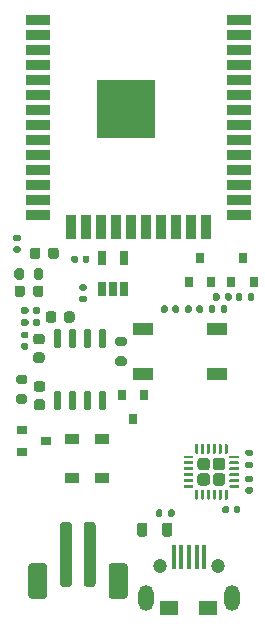
<source format=gbr>
%TF.GenerationSoftware,KiCad,Pcbnew,(5.1.8-0-10_14)*%
%TF.CreationDate,2020-12-13T22:38:35+09:00*%
%TF.ProjectId,mini-esp32,6d696e69-2d65-4737-9033-322e6b696361,rev?*%
%TF.SameCoordinates,Original*%
%TF.FileFunction,Paste,Top*%
%TF.FilePolarity,Positive*%
%FSLAX46Y46*%
G04 Gerber Fmt 4.6, Leading zero omitted, Abs format (unit mm)*
G04 Created by KiCad (PCBNEW (5.1.8-0-10_14)) date 2020-12-13 22:38:35*
%MOMM*%
%LPD*%
G01*
G04 APERTURE LIST*
%ADD10R,0.900000X0.800000*%
%ADD11R,5.000000X5.000000*%
%ADD12R,2.000000X0.900000*%
%ADD13R,0.900000X2.000000*%
%ADD14R,0.400000X2.000000*%
%ADD15R,1.600000X1.200000*%
%ADD16O,1.300000X2.200000*%
%ADD17C,1.200000*%
%ADD18R,1.200000X0.900000*%
%ADD19R,0.800000X0.900000*%
%ADD20R,1.700000X1.000000*%
%ADD21R,0.650000X1.220000*%
G04 APERTURE END LIST*
%TO.C,U4*%
G36*
G01*
X140825001Y-107375000D02*
X140274999Y-107375000D01*
G75*
G02*
X140025000Y-107125001I0J249999D01*
G01*
X140025000Y-106574999D01*
G75*
G02*
X140274999Y-106325000I249999J0D01*
G01*
X140825001Y-106325000D01*
G75*
G02*
X141075000Y-106574999I0J-249999D01*
G01*
X141075000Y-107125001D01*
G75*
G02*
X140825001Y-107375000I-249999J0D01*
G01*
G37*
G36*
G01*
X139525001Y-107375000D02*
X138974999Y-107375000D01*
G75*
G02*
X138725000Y-107125001I0J249999D01*
G01*
X138725000Y-106574999D01*
G75*
G02*
X138974999Y-106325000I249999J0D01*
G01*
X139525001Y-106325000D01*
G75*
G02*
X139775000Y-106574999I0J-249999D01*
G01*
X139775000Y-107125001D01*
G75*
G02*
X139525001Y-107375000I-249999J0D01*
G01*
G37*
G36*
G01*
X140825001Y-108675000D02*
X140274999Y-108675000D01*
G75*
G02*
X140025000Y-108425001I0J249999D01*
G01*
X140025000Y-107874999D01*
G75*
G02*
X140274999Y-107625000I249999J0D01*
G01*
X140825001Y-107625000D01*
G75*
G02*
X141075000Y-107874999I0J-249999D01*
G01*
X141075000Y-108425001D01*
G75*
G02*
X140825001Y-108675000I-249999J0D01*
G01*
G37*
G36*
G01*
X139525001Y-108675000D02*
X138974999Y-108675000D01*
G75*
G02*
X138725000Y-108425001I0J249999D01*
G01*
X138725000Y-107874999D01*
G75*
G02*
X138974999Y-107625000I249999J0D01*
G01*
X139525001Y-107625000D01*
G75*
G02*
X139775000Y-107874999I0J-249999D01*
G01*
X139775000Y-108425001D01*
G75*
G02*
X139525001Y-108675000I-249999J0D01*
G01*
G37*
G36*
G01*
X138312500Y-108875000D02*
X137612500Y-108875000D01*
G75*
G02*
X137550000Y-108812500I0J62500D01*
G01*
X137550000Y-108687500D01*
G75*
G02*
X137612500Y-108625000I62500J0D01*
G01*
X138312500Y-108625000D01*
G75*
G02*
X138375000Y-108687500I0J-62500D01*
G01*
X138375000Y-108812500D01*
G75*
G02*
X138312500Y-108875000I-62500J0D01*
G01*
G37*
G36*
G01*
X138312500Y-108375000D02*
X137612500Y-108375000D01*
G75*
G02*
X137550000Y-108312500I0J62500D01*
G01*
X137550000Y-108187500D01*
G75*
G02*
X137612500Y-108125000I62500J0D01*
G01*
X138312500Y-108125000D01*
G75*
G02*
X138375000Y-108187500I0J-62500D01*
G01*
X138375000Y-108312500D01*
G75*
G02*
X138312500Y-108375000I-62500J0D01*
G01*
G37*
G36*
G01*
X138312500Y-107875000D02*
X137612500Y-107875000D01*
G75*
G02*
X137550000Y-107812500I0J62500D01*
G01*
X137550000Y-107687500D01*
G75*
G02*
X137612500Y-107625000I62500J0D01*
G01*
X138312500Y-107625000D01*
G75*
G02*
X138375000Y-107687500I0J-62500D01*
G01*
X138375000Y-107812500D01*
G75*
G02*
X138312500Y-107875000I-62500J0D01*
G01*
G37*
G36*
G01*
X138312500Y-107375000D02*
X137612500Y-107375000D01*
G75*
G02*
X137550000Y-107312500I0J62500D01*
G01*
X137550000Y-107187500D01*
G75*
G02*
X137612500Y-107125000I62500J0D01*
G01*
X138312500Y-107125000D01*
G75*
G02*
X138375000Y-107187500I0J-62500D01*
G01*
X138375000Y-107312500D01*
G75*
G02*
X138312500Y-107375000I-62500J0D01*
G01*
G37*
G36*
G01*
X138312500Y-106875000D02*
X137612500Y-106875000D01*
G75*
G02*
X137550000Y-106812500I0J62500D01*
G01*
X137550000Y-106687500D01*
G75*
G02*
X137612500Y-106625000I62500J0D01*
G01*
X138312500Y-106625000D01*
G75*
G02*
X138375000Y-106687500I0J-62500D01*
G01*
X138375000Y-106812500D01*
G75*
G02*
X138312500Y-106875000I-62500J0D01*
G01*
G37*
G36*
G01*
X138312500Y-106375000D02*
X137612500Y-106375000D01*
G75*
G02*
X137550000Y-106312500I0J62500D01*
G01*
X137550000Y-106187500D01*
G75*
G02*
X137612500Y-106125000I62500J0D01*
G01*
X138312500Y-106125000D01*
G75*
G02*
X138375000Y-106187500I0J-62500D01*
G01*
X138375000Y-106312500D01*
G75*
G02*
X138312500Y-106375000I-62500J0D01*
G01*
G37*
G36*
G01*
X138712500Y-105975000D02*
X138587500Y-105975000D01*
G75*
G02*
X138525000Y-105912500I0J62500D01*
G01*
X138525000Y-105212500D01*
G75*
G02*
X138587500Y-105150000I62500J0D01*
G01*
X138712500Y-105150000D01*
G75*
G02*
X138775000Y-105212500I0J-62500D01*
G01*
X138775000Y-105912500D01*
G75*
G02*
X138712500Y-105975000I-62500J0D01*
G01*
G37*
G36*
G01*
X139212500Y-105975000D02*
X139087500Y-105975000D01*
G75*
G02*
X139025000Y-105912500I0J62500D01*
G01*
X139025000Y-105212500D01*
G75*
G02*
X139087500Y-105150000I62500J0D01*
G01*
X139212500Y-105150000D01*
G75*
G02*
X139275000Y-105212500I0J-62500D01*
G01*
X139275000Y-105912500D01*
G75*
G02*
X139212500Y-105975000I-62500J0D01*
G01*
G37*
G36*
G01*
X139712500Y-105975000D02*
X139587500Y-105975000D01*
G75*
G02*
X139525000Y-105912500I0J62500D01*
G01*
X139525000Y-105212500D01*
G75*
G02*
X139587500Y-105150000I62500J0D01*
G01*
X139712500Y-105150000D01*
G75*
G02*
X139775000Y-105212500I0J-62500D01*
G01*
X139775000Y-105912500D01*
G75*
G02*
X139712500Y-105975000I-62500J0D01*
G01*
G37*
G36*
G01*
X140212500Y-105975000D02*
X140087500Y-105975000D01*
G75*
G02*
X140025000Y-105912500I0J62500D01*
G01*
X140025000Y-105212500D01*
G75*
G02*
X140087500Y-105150000I62500J0D01*
G01*
X140212500Y-105150000D01*
G75*
G02*
X140275000Y-105212500I0J-62500D01*
G01*
X140275000Y-105912500D01*
G75*
G02*
X140212500Y-105975000I-62500J0D01*
G01*
G37*
G36*
G01*
X140712500Y-105975000D02*
X140587500Y-105975000D01*
G75*
G02*
X140525000Y-105912500I0J62500D01*
G01*
X140525000Y-105212500D01*
G75*
G02*
X140587500Y-105150000I62500J0D01*
G01*
X140712500Y-105150000D01*
G75*
G02*
X140775000Y-105212500I0J-62500D01*
G01*
X140775000Y-105912500D01*
G75*
G02*
X140712500Y-105975000I-62500J0D01*
G01*
G37*
G36*
G01*
X141212500Y-105975000D02*
X141087500Y-105975000D01*
G75*
G02*
X141025000Y-105912500I0J62500D01*
G01*
X141025000Y-105212500D01*
G75*
G02*
X141087500Y-105150000I62500J0D01*
G01*
X141212500Y-105150000D01*
G75*
G02*
X141275000Y-105212500I0J-62500D01*
G01*
X141275000Y-105912500D01*
G75*
G02*
X141212500Y-105975000I-62500J0D01*
G01*
G37*
G36*
G01*
X142187500Y-106375000D02*
X141487500Y-106375000D01*
G75*
G02*
X141425000Y-106312500I0J62500D01*
G01*
X141425000Y-106187500D01*
G75*
G02*
X141487500Y-106125000I62500J0D01*
G01*
X142187500Y-106125000D01*
G75*
G02*
X142250000Y-106187500I0J-62500D01*
G01*
X142250000Y-106312500D01*
G75*
G02*
X142187500Y-106375000I-62500J0D01*
G01*
G37*
G36*
G01*
X142187500Y-106875000D02*
X141487500Y-106875000D01*
G75*
G02*
X141425000Y-106812500I0J62500D01*
G01*
X141425000Y-106687500D01*
G75*
G02*
X141487500Y-106625000I62500J0D01*
G01*
X142187500Y-106625000D01*
G75*
G02*
X142250000Y-106687500I0J-62500D01*
G01*
X142250000Y-106812500D01*
G75*
G02*
X142187500Y-106875000I-62500J0D01*
G01*
G37*
G36*
G01*
X142187500Y-107375000D02*
X141487500Y-107375000D01*
G75*
G02*
X141425000Y-107312500I0J62500D01*
G01*
X141425000Y-107187500D01*
G75*
G02*
X141487500Y-107125000I62500J0D01*
G01*
X142187500Y-107125000D01*
G75*
G02*
X142250000Y-107187500I0J-62500D01*
G01*
X142250000Y-107312500D01*
G75*
G02*
X142187500Y-107375000I-62500J0D01*
G01*
G37*
G36*
G01*
X142187500Y-107875000D02*
X141487500Y-107875000D01*
G75*
G02*
X141425000Y-107812500I0J62500D01*
G01*
X141425000Y-107687500D01*
G75*
G02*
X141487500Y-107625000I62500J0D01*
G01*
X142187500Y-107625000D01*
G75*
G02*
X142250000Y-107687500I0J-62500D01*
G01*
X142250000Y-107812500D01*
G75*
G02*
X142187500Y-107875000I-62500J0D01*
G01*
G37*
G36*
G01*
X142187500Y-108375000D02*
X141487500Y-108375000D01*
G75*
G02*
X141425000Y-108312500I0J62500D01*
G01*
X141425000Y-108187500D01*
G75*
G02*
X141487500Y-108125000I62500J0D01*
G01*
X142187500Y-108125000D01*
G75*
G02*
X142250000Y-108187500I0J-62500D01*
G01*
X142250000Y-108312500D01*
G75*
G02*
X142187500Y-108375000I-62500J0D01*
G01*
G37*
G36*
G01*
X142187500Y-108875000D02*
X141487500Y-108875000D01*
G75*
G02*
X141425000Y-108812500I0J62500D01*
G01*
X141425000Y-108687500D01*
G75*
G02*
X141487500Y-108625000I62500J0D01*
G01*
X142187500Y-108625000D01*
G75*
G02*
X142250000Y-108687500I0J-62500D01*
G01*
X142250000Y-108812500D01*
G75*
G02*
X142187500Y-108875000I-62500J0D01*
G01*
G37*
G36*
G01*
X141212500Y-109850000D02*
X141087500Y-109850000D01*
G75*
G02*
X141025000Y-109787500I0J62500D01*
G01*
X141025000Y-109087500D01*
G75*
G02*
X141087500Y-109025000I62500J0D01*
G01*
X141212500Y-109025000D01*
G75*
G02*
X141275000Y-109087500I0J-62500D01*
G01*
X141275000Y-109787500D01*
G75*
G02*
X141212500Y-109850000I-62500J0D01*
G01*
G37*
G36*
G01*
X140712500Y-109850000D02*
X140587500Y-109850000D01*
G75*
G02*
X140525000Y-109787500I0J62500D01*
G01*
X140525000Y-109087500D01*
G75*
G02*
X140587500Y-109025000I62500J0D01*
G01*
X140712500Y-109025000D01*
G75*
G02*
X140775000Y-109087500I0J-62500D01*
G01*
X140775000Y-109787500D01*
G75*
G02*
X140712500Y-109850000I-62500J0D01*
G01*
G37*
G36*
G01*
X140212500Y-109850000D02*
X140087500Y-109850000D01*
G75*
G02*
X140025000Y-109787500I0J62500D01*
G01*
X140025000Y-109087500D01*
G75*
G02*
X140087500Y-109025000I62500J0D01*
G01*
X140212500Y-109025000D01*
G75*
G02*
X140275000Y-109087500I0J-62500D01*
G01*
X140275000Y-109787500D01*
G75*
G02*
X140212500Y-109850000I-62500J0D01*
G01*
G37*
G36*
G01*
X139712500Y-109850000D02*
X139587500Y-109850000D01*
G75*
G02*
X139525000Y-109787500I0J62500D01*
G01*
X139525000Y-109087500D01*
G75*
G02*
X139587500Y-109025000I62500J0D01*
G01*
X139712500Y-109025000D01*
G75*
G02*
X139775000Y-109087500I0J-62500D01*
G01*
X139775000Y-109787500D01*
G75*
G02*
X139712500Y-109850000I-62500J0D01*
G01*
G37*
G36*
G01*
X139212500Y-109850000D02*
X139087500Y-109850000D01*
G75*
G02*
X139025000Y-109787500I0J62500D01*
G01*
X139025000Y-109087500D01*
G75*
G02*
X139087500Y-109025000I62500J0D01*
G01*
X139212500Y-109025000D01*
G75*
G02*
X139275000Y-109087500I0J-62500D01*
G01*
X139275000Y-109787500D01*
G75*
G02*
X139212500Y-109850000I-62500J0D01*
G01*
G37*
G36*
G01*
X138712500Y-109850000D02*
X138587500Y-109850000D01*
G75*
G02*
X138525000Y-109787500I0J62500D01*
G01*
X138525000Y-109087500D01*
G75*
G02*
X138587500Y-109025000I62500J0D01*
G01*
X138712500Y-109025000D01*
G75*
G02*
X138775000Y-109087500I0J-62500D01*
G01*
X138775000Y-109787500D01*
G75*
G02*
X138712500Y-109850000I-62500J0D01*
G01*
G37*
%TD*%
%TO.C,R2*%
G36*
G01*
X142915000Y-106640000D02*
X143285000Y-106640000D01*
G75*
G02*
X143420000Y-106775000I0J-135000D01*
G01*
X143420000Y-107045000D01*
G75*
G02*
X143285000Y-107180000I-135000J0D01*
G01*
X142915000Y-107180000D01*
G75*
G02*
X142780000Y-107045000I0J135000D01*
G01*
X142780000Y-106775000D01*
G75*
G02*
X142915000Y-106640000I135000J0D01*
G01*
G37*
G36*
G01*
X142915000Y-105620000D02*
X143285000Y-105620000D01*
G75*
G02*
X143420000Y-105755000I0J-135000D01*
G01*
X143420000Y-106025000D01*
G75*
G02*
X143285000Y-106160000I-135000J0D01*
G01*
X142915000Y-106160000D01*
G75*
G02*
X142780000Y-106025000I0J135000D01*
G01*
X142780000Y-105755000D01*
G75*
G02*
X142915000Y-105620000I135000J0D01*
G01*
G37*
%TD*%
%TO.C,C10*%
G36*
G01*
X141800000Y-110870000D02*
X141800000Y-110530000D01*
G75*
G02*
X141940000Y-110390000I140000J0D01*
G01*
X142220000Y-110390000D01*
G75*
G02*
X142360000Y-110530000I0J-140000D01*
G01*
X142360000Y-110870000D01*
G75*
G02*
X142220000Y-111010000I-140000J0D01*
G01*
X141940000Y-111010000D01*
G75*
G02*
X141800000Y-110870000I0J140000D01*
G01*
G37*
G36*
G01*
X140840000Y-110870000D02*
X140840000Y-110530000D01*
G75*
G02*
X140980000Y-110390000I140000J0D01*
G01*
X141260000Y-110390000D01*
G75*
G02*
X141400000Y-110530000I0J-140000D01*
G01*
X141400000Y-110870000D01*
G75*
G02*
X141260000Y-111010000I-140000J0D01*
G01*
X140980000Y-111010000D01*
G75*
G02*
X140840000Y-110870000I0J140000D01*
G01*
G37*
%TD*%
%TO.C,C9*%
G36*
G01*
X143270000Y-108400000D02*
X142930000Y-108400000D01*
G75*
G02*
X142790000Y-108260000I0J140000D01*
G01*
X142790000Y-107980000D01*
G75*
G02*
X142930000Y-107840000I140000J0D01*
G01*
X143270000Y-107840000D01*
G75*
G02*
X143410000Y-107980000I0J-140000D01*
G01*
X143410000Y-108260000D01*
G75*
G02*
X143270000Y-108400000I-140000J0D01*
G01*
G37*
G36*
G01*
X143270000Y-109360000D02*
X142930000Y-109360000D01*
G75*
G02*
X142790000Y-109220000I0J140000D01*
G01*
X142790000Y-108940000D01*
G75*
G02*
X142930000Y-108800000I140000J0D01*
G01*
X143270000Y-108800000D01*
G75*
G02*
X143410000Y-108940000I0J-140000D01*
G01*
X143410000Y-109220000D01*
G75*
G02*
X143270000Y-109360000I-140000J0D01*
G01*
G37*
%TD*%
D10*
%TO.C,U5*%
X123900000Y-103950000D03*
X123900000Y-105850000D03*
X125900000Y-104900000D03*
%TD*%
%TO.C,C3*%
G36*
G01*
X128600000Y-89330000D02*
X128600000Y-89670000D01*
G75*
G02*
X128460000Y-89810000I-140000J0D01*
G01*
X128180000Y-89810000D01*
G75*
G02*
X128040000Y-89670000I0J140000D01*
G01*
X128040000Y-89330000D01*
G75*
G02*
X128180000Y-89190000I140000J0D01*
G01*
X128460000Y-89190000D01*
G75*
G02*
X128600000Y-89330000I0J-140000D01*
G01*
G37*
G36*
G01*
X129560000Y-89330000D02*
X129560000Y-89670000D01*
G75*
G02*
X129420000Y-89810000I-140000J0D01*
G01*
X129140000Y-89810000D01*
G75*
G02*
X129000000Y-89670000I0J140000D01*
G01*
X129000000Y-89330000D01*
G75*
G02*
X129140000Y-89190000I140000J0D01*
G01*
X129420000Y-89190000D01*
G75*
G02*
X129560000Y-89330000I0J-140000D01*
G01*
G37*
%TD*%
D11*
%TO.C,U1*%
X132700000Y-76745000D03*
D12*
X125200000Y-69245000D03*
X125200000Y-70515000D03*
X125200000Y-71785000D03*
X125200000Y-73055000D03*
X125200000Y-74325000D03*
X125200000Y-75595000D03*
X125200000Y-76865000D03*
X125200000Y-78135000D03*
X125200000Y-79405000D03*
X125200000Y-80675000D03*
X125200000Y-81945000D03*
X125200000Y-83215000D03*
X125200000Y-84485000D03*
X125200000Y-85755000D03*
D13*
X127985000Y-86755000D03*
X129255000Y-86755000D03*
X130525000Y-86755000D03*
X131795000Y-86755000D03*
X133065000Y-86755000D03*
X134335000Y-86755000D03*
X135605000Y-86755000D03*
X136875000Y-86755000D03*
X138145000Y-86755000D03*
X139415000Y-86755000D03*
D12*
X142200000Y-85755000D03*
X142200000Y-84485000D03*
X142200000Y-83215000D03*
X142200000Y-81945000D03*
X142200000Y-80675000D03*
X142200000Y-79405000D03*
X142200000Y-78135000D03*
X142200000Y-76865000D03*
X142200000Y-75595000D03*
X142200000Y-74325000D03*
X142200000Y-73055000D03*
X142200000Y-71785000D03*
X142200000Y-70515000D03*
X142200000Y-69245000D03*
%TD*%
D14*
%TO.C,J2*%
X139299000Y-114713000D03*
X138649000Y-114713000D03*
X137999000Y-114713000D03*
X137349000Y-114713000D03*
X136699000Y-114713000D03*
D15*
X139605000Y-119025000D03*
X136326000Y-119009000D03*
D16*
X141628000Y-118198000D03*
X134389000Y-118198000D03*
D17*
X135584000Y-115498000D03*
X140434000Y-115498000D03*
%TD*%
%TO.C,C1*%
G36*
G01*
X127425000Y-94650000D02*
X127425000Y-94150000D01*
G75*
G02*
X127650000Y-93925000I225000J0D01*
G01*
X128100000Y-93925000D01*
G75*
G02*
X128325000Y-94150000I0J-225000D01*
G01*
X128325000Y-94650000D01*
G75*
G02*
X128100000Y-94875000I-225000J0D01*
G01*
X127650000Y-94875000D01*
G75*
G02*
X127425000Y-94650000I0J225000D01*
G01*
G37*
G36*
G01*
X125875000Y-94650000D02*
X125875000Y-94150000D01*
G75*
G02*
X126100000Y-93925000I225000J0D01*
G01*
X126550000Y-93925000D01*
G75*
G02*
X126775000Y-94150000I0J-225000D01*
G01*
X126775000Y-94650000D01*
G75*
G02*
X126550000Y-94875000I-225000J0D01*
G01*
X126100000Y-94875000D01*
G75*
G02*
X125875000Y-94650000I0J225000D01*
G01*
G37*
%TD*%
%TO.C,C2*%
G36*
G01*
X128870000Y-91620000D02*
X129210000Y-91620000D01*
G75*
G02*
X129350000Y-91760000I0J-140000D01*
G01*
X129350000Y-92040000D01*
G75*
G02*
X129210000Y-92180000I-140000J0D01*
G01*
X128870000Y-92180000D01*
G75*
G02*
X128730000Y-92040000I0J140000D01*
G01*
X128730000Y-91760000D01*
G75*
G02*
X128870000Y-91620000I140000J0D01*
G01*
G37*
G36*
G01*
X128870000Y-92580000D02*
X129210000Y-92580000D01*
G75*
G02*
X129350000Y-92720000I0J-140000D01*
G01*
X129350000Y-93000000D01*
G75*
G02*
X129210000Y-93140000I-140000J0D01*
G01*
X128870000Y-93140000D01*
G75*
G02*
X128730000Y-93000000I0J140000D01*
G01*
X128730000Y-92720000D01*
G75*
G02*
X128870000Y-92580000I140000J0D01*
G01*
G37*
%TD*%
%TO.C,C5*%
G36*
G01*
X125600000Y-102275000D02*
X125100000Y-102275000D01*
G75*
G02*
X124875000Y-102050000I0J225000D01*
G01*
X124875000Y-101600000D01*
G75*
G02*
X125100000Y-101375000I225000J0D01*
G01*
X125600000Y-101375000D01*
G75*
G02*
X125825000Y-101600000I0J-225000D01*
G01*
X125825000Y-102050000D01*
G75*
G02*
X125600000Y-102275000I-225000J0D01*
G01*
G37*
G36*
G01*
X125600000Y-100725000D02*
X125100000Y-100725000D01*
G75*
G02*
X124875000Y-100500000I0J225000D01*
G01*
X124875000Y-100050000D01*
G75*
G02*
X125100000Y-99825000I225000J0D01*
G01*
X125600000Y-99825000D01*
G75*
G02*
X125825000Y-100050000I0J-225000D01*
G01*
X125825000Y-100500000D01*
G75*
G02*
X125600000Y-100725000I-225000J0D01*
G01*
G37*
%TD*%
%TO.C,C6*%
G36*
G01*
X123280000Y-87440000D02*
X123620000Y-87440000D01*
G75*
G02*
X123760000Y-87580000I0J-140000D01*
G01*
X123760000Y-87860000D01*
G75*
G02*
X123620000Y-88000000I-140000J0D01*
G01*
X123280000Y-88000000D01*
G75*
G02*
X123140000Y-87860000I0J140000D01*
G01*
X123140000Y-87580000D01*
G75*
G02*
X123280000Y-87440000I140000J0D01*
G01*
G37*
G36*
G01*
X123280000Y-88400000D02*
X123620000Y-88400000D01*
G75*
G02*
X123760000Y-88540000I0J-140000D01*
G01*
X123760000Y-88820000D01*
G75*
G02*
X123620000Y-88960000I-140000J0D01*
G01*
X123280000Y-88960000D01*
G75*
G02*
X123140000Y-88820000I0J140000D01*
G01*
X123140000Y-88540000D01*
G75*
G02*
X123280000Y-88400000I140000J0D01*
G01*
G37*
%TD*%
%TO.C,C7*%
G36*
G01*
X138230000Y-93556000D02*
X138230000Y-93896000D01*
G75*
G02*
X138090000Y-94036000I-140000J0D01*
G01*
X137810000Y-94036000D01*
G75*
G02*
X137670000Y-93896000I0J140000D01*
G01*
X137670000Y-93556000D01*
G75*
G02*
X137810000Y-93416000I140000J0D01*
G01*
X138090000Y-93416000D01*
G75*
G02*
X138230000Y-93556000I0J-140000D01*
G01*
G37*
G36*
G01*
X139190000Y-93556000D02*
X139190000Y-93896000D01*
G75*
G02*
X139050000Y-94036000I-140000J0D01*
G01*
X138770000Y-94036000D01*
G75*
G02*
X138630000Y-93896000I0J140000D01*
G01*
X138630000Y-93556000D01*
G75*
G02*
X138770000Y-93416000I140000J0D01*
G01*
X139050000Y-93416000D01*
G75*
G02*
X139190000Y-93556000I0J-140000D01*
G01*
G37*
%TD*%
%TO.C,C8*%
G36*
G01*
X137158000Y-93556000D02*
X137158000Y-93896000D01*
G75*
G02*
X137018000Y-94036000I-140000J0D01*
G01*
X136738000Y-94036000D01*
G75*
G02*
X136598000Y-93896000I0J140000D01*
G01*
X136598000Y-93556000D01*
G75*
G02*
X136738000Y-93416000I140000J0D01*
G01*
X137018000Y-93416000D01*
G75*
G02*
X137158000Y-93556000I0J-140000D01*
G01*
G37*
G36*
G01*
X136198000Y-93556000D02*
X136198000Y-93896000D01*
G75*
G02*
X136058000Y-94036000I-140000J0D01*
G01*
X135778000Y-94036000D01*
G75*
G02*
X135638000Y-93896000I0J140000D01*
G01*
X135638000Y-93556000D01*
G75*
G02*
X135778000Y-93416000I140000J0D01*
G01*
X136058000Y-93416000D01*
G75*
G02*
X136198000Y-93556000I0J-140000D01*
G01*
G37*
%TD*%
D18*
%TO.C,D1*%
X130600000Y-104750000D03*
X130600000Y-108050000D03*
%TD*%
%TO.C,D2*%
G36*
G01*
X125556250Y-96700000D02*
X125043750Y-96700000D01*
G75*
G02*
X124825000Y-96481250I0J218750D01*
G01*
X124825000Y-96043750D01*
G75*
G02*
X125043750Y-95825000I218750J0D01*
G01*
X125556250Y-95825000D01*
G75*
G02*
X125775000Y-96043750I0J-218750D01*
G01*
X125775000Y-96481250D01*
G75*
G02*
X125556250Y-96700000I-218750J0D01*
G01*
G37*
G36*
G01*
X125556250Y-98275000D02*
X125043750Y-98275000D01*
G75*
G02*
X124825000Y-98056250I0J218750D01*
G01*
X124825000Y-97618750D01*
G75*
G02*
X125043750Y-97400000I218750J0D01*
G01*
X125556250Y-97400000D01*
G75*
G02*
X125775000Y-97618750I0J-218750D01*
G01*
X125775000Y-98056250D01*
G75*
G02*
X125556250Y-98275000I-218750J0D01*
G01*
G37*
%TD*%
%TO.C,D3*%
G36*
G01*
X124810000Y-92481250D02*
X124810000Y-91968750D01*
G75*
G02*
X125028750Y-91750000I218750J0D01*
G01*
X125466250Y-91750000D01*
G75*
G02*
X125685000Y-91968750I0J-218750D01*
G01*
X125685000Y-92481250D01*
G75*
G02*
X125466250Y-92700000I-218750J0D01*
G01*
X125028750Y-92700000D01*
G75*
G02*
X124810000Y-92481250I0J218750D01*
G01*
G37*
G36*
G01*
X123235000Y-92481250D02*
X123235000Y-91968750D01*
G75*
G02*
X123453750Y-91750000I218750J0D01*
G01*
X123891250Y-91750000D01*
G75*
G02*
X124110000Y-91968750I0J-218750D01*
G01*
X124110000Y-92481250D01*
G75*
G02*
X123891250Y-92700000I-218750J0D01*
G01*
X123453750Y-92700000D01*
G75*
G02*
X123235000Y-92481250I0J218750D01*
G01*
G37*
%TD*%
%TO.C,FB1*%
G36*
G01*
X133600000Y-112781250D02*
X133600000Y-112018750D01*
G75*
G02*
X133818750Y-111800000I218750J0D01*
G01*
X134256250Y-111800000D01*
G75*
G02*
X134475000Y-112018750I0J-218750D01*
G01*
X134475000Y-112781250D01*
G75*
G02*
X134256250Y-113000000I-218750J0D01*
G01*
X133818750Y-113000000D01*
G75*
G02*
X133600000Y-112781250I0J218750D01*
G01*
G37*
G36*
G01*
X135725000Y-112781250D02*
X135725000Y-112018750D01*
G75*
G02*
X135943750Y-111800000I218750J0D01*
G01*
X136381250Y-111800000D01*
G75*
G02*
X136600000Y-112018750I0J-218750D01*
G01*
X136600000Y-112781250D01*
G75*
G02*
X136381250Y-113000000I-218750J0D01*
G01*
X135943750Y-113000000D01*
G75*
G02*
X135725000Y-112781250I0J218750D01*
G01*
G37*
%TD*%
%TO.C,J1*%
G36*
G01*
X126000000Y-115500000D02*
X126000000Y-118000000D01*
G75*
G02*
X125750000Y-118250000I-250000J0D01*
G01*
X124650000Y-118250000D01*
G75*
G02*
X124400000Y-118000000I0J250000D01*
G01*
X124400000Y-115500000D01*
G75*
G02*
X124650000Y-115250000I250000J0D01*
G01*
X125750000Y-115250000D01*
G75*
G02*
X126000000Y-115500000I0J-250000D01*
G01*
G37*
G36*
G01*
X132800000Y-115500000D02*
X132800000Y-118000000D01*
G75*
G02*
X132550000Y-118250000I-250000J0D01*
G01*
X131450000Y-118250000D01*
G75*
G02*
X131200000Y-118000000I0J250000D01*
G01*
X131200000Y-115500000D01*
G75*
G02*
X131450000Y-115250000I250000J0D01*
G01*
X132550000Y-115250000D01*
G75*
G02*
X132800000Y-115500000I0J-250000D01*
G01*
G37*
G36*
G01*
X128100000Y-112000000D02*
X128100000Y-117000000D01*
G75*
G02*
X127850000Y-117250000I-250000J0D01*
G01*
X127350000Y-117250000D01*
G75*
G02*
X127100000Y-117000000I0J250000D01*
G01*
X127100000Y-112000000D01*
G75*
G02*
X127350000Y-111750000I250000J0D01*
G01*
X127850000Y-111750000D01*
G75*
G02*
X128100000Y-112000000I0J-250000D01*
G01*
G37*
G36*
G01*
X130100000Y-112000000D02*
X130100000Y-117000000D01*
G75*
G02*
X129850000Y-117250000I-250000J0D01*
G01*
X129350000Y-117250000D01*
G75*
G02*
X129100000Y-117000000I0J250000D01*
G01*
X129100000Y-112000000D01*
G75*
G02*
X129350000Y-111750000I250000J0D01*
G01*
X129850000Y-111750000D01*
G75*
G02*
X130100000Y-112000000I0J-250000D01*
G01*
G37*
%TD*%
D19*
%TO.C,Q1*%
X134200000Y-101000000D03*
X132300000Y-101000000D03*
X133250000Y-103000000D03*
%TD*%
%TO.C,R1*%
G36*
G01*
X136240000Y-111185000D02*
X136240000Y-110815000D01*
G75*
G02*
X136375000Y-110680000I135000J0D01*
G01*
X136645000Y-110680000D01*
G75*
G02*
X136780000Y-110815000I0J-135000D01*
G01*
X136780000Y-111185000D01*
G75*
G02*
X136645000Y-111320000I-135000J0D01*
G01*
X136375000Y-111320000D01*
G75*
G02*
X136240000Y-111185000I0J135000D01*
G01*
G37*
G36*
G01*
X135220000Y-111185000D02*
X135220000Y-110815000D01*
G75*
G02*
X135355000Y-110680000I135000J0D01*
G01*
X135625000Y-110680000D01*
G75*
G02*
X135760000Y-110815000I0J-135000D01*
G01*
X135760000Y-111185000D01*
G75*
G02*
X135625000Y-111320000I-135000J0D01*
G01*
X135355000Y-111320000D01*
G75*
G02*
X135220000Y-111185000I0J135000D01*
G01*
G37*
%TD*%
%TO.C,R4*%
G36*
G01*
X124125000Y-101725000D02*
X123575000Y-101725000D01*
G75*
G02*
X123375000Y-101525000I0J200000D01*
G01*
X123375000Y-101125000D01*
G75*
G02*
X123575000Y-100925000I200000J0D01*
G01*
X124125000Y-100925000D01*
G75*
G02*
X124325000Y-101125000I0J-200000D01*
G01*
X124325000Y-101525000D01*
G75*
G02*
X124125000Y-101725000I-200000J0D01*
G01*
G37*
G36*
G01*
X124125000Y-100075000D02*
X123575000Y-100075000D01*
G75*
G02*
X123375000Y-99875000I0J200000D01*
G01*
X123375000Y-99475000D01*
G75*
G02*
X123575000Y-99275000I200000J0D01*
G01*
X124125000Y-99275000D01*
G75*
G02*
X124325000Y-99475000I0J-200000D01*
G01*
X124325000Y-99875000D01*
G75*
G02*
X124125000Y-100075000I-200000J0D01*
G01*
G37*
%TD*%
%TO.C,R5*%
G36*
G01*
X124285000Y-94110000D02*
X123915000Y-94110000D01*
G75*
G02*
X123780000Y-93975000I0J135000D01*
G01*
X123780000Y-93705000D01*
G75*
G02*
X123915000Y-93570000I135000J0D01*
G01*
X124285000Y-93570000D01*
G75*
G02*
X124420000Y-93705000I0J-135000D01*
G01*
X124420000Y-93975000D01*
G75*
G02*
X124285000Y-94110000I-135000J0D01*
G01*
G37*
G36*
G01*
X124285000Y-95130000D02*
X123915000Y-95130000D01*
G75*
G02*
X123780000Y-94995000I0J135000D01*
G01*
X123780000Y-94725000D01*
G75*
G02*
X123915000Y-94590000I135000J0D01*
G01*
X124285000Y-94590000D01*
G75*
G02*
X124420000Y-94725000I0J-135000D01*
G01*
X124420000Y-94995000D01*
G75*
G02*
X124285000Y-95130000I-135000J0D01*
G01*
G37*
%TD*%
%TO.C,R6*%
G36*
G01*
X124915000Y-94590000D02*
X125285000Y-94590000D01*
G75*
G02*
X125420000Y-94725000I0J-135000D01*
G01*
X125420000Y-94995000D01*
G75*
G02*
X125285000Y-95130000I-135000J0D01*
G01*
X124915000Y-95130000D01*
G75*
G02*
X124780000Y-94995000I0J135000D01*
G01*
X124780000Y-94725000D01*
G75*
G02*
X124915000Y-94590000I135000J0D01*
G01*
G37*
G36*
G01*
X124915000Y-93570000D02*
X125285000Y-93570000D01*
G75*
G02*
X125420000Y-93705000I0J-135000D01*
G01*
X125420000Y-93975000D01*
G75*
G02*
X125285000Y-94110000I-135000J0D01*
G01*
X124915000Y-94110000D01*
G75*
G02*
X124780000Y-93975000I0J135000D01*
G01*
X124780000Y-93705000D01*
G75*
G02*
X124915000Y-93570000I135000J0D01*
G01*
G37*
%TD*%
%TO.C,R7*%
G36*
G01*
X140050000Y-92885000D02*
X140050000Y-92515000D01*
G75*
G02*
X140185000Y-92380000I135000J0D01*
G01*
X140455000Y-92380000D01*
G75*
G02*
X140590000Y-92515000I0J-135000D01*
G01*
X140590000Y-92885000D01*
G75*
G02*
X140455000Y-93020000I-135000J0D01*
G01*
X140185000Y-93020000D01*
G75*
G02*
X140050000Y-92885000I0J135000D01*
G01*
G37*
G36*
G01*
X141070000Y-92885000D02*
X141070000Y-92515000D01*
G75*
G02*
X141205000Y-92380000I135000J0D01*
G01*
X141475000Y-92380000D01*
G75*
G02*
X141610000Y-92515000I0J-135000D01*
G01*
X141610000Y-92885000D01*
G75*
G02*
X141475000Y-93020000I-135000J0D01*
G01*
X141205000Y-93020000D01*
G75*
G02*
X141070000Y-92885000I0J135000D01*
G01*
G37*
%TD*%
%TO.C,R8*%
G36*
G01*
X143526000Y-92525000D02*
X143526000Y-92895000D01*
G75*
G02*
X143391000Y-93030000I-135000J0D01*
G01*
X143121000Y-93030000D01*
G75*
G02*
X142986000Y-92895000I0J135000D01*
G01*
X142986000Y-92525000D01*
G75*
G02*
X143121000Y-92390000I135000J0D01*
G01*
X143391000Y-92390000D01*
G75*
G02*
X143526000Y-92525000I0J-135000D01*
G01*
G37*
G36*
G01*
X142506000Y-92525000D02*
X142506000Y-92895000D01*
G75*
G02*
X142371000Y-93030000I-135000J0D01*
G01*
X142101000Y-93030000D01*
G75*
G02*
X141966000Y-92895000I0J135000D01*
G01*
X141966000Y-92525000D01*
G75*
G02*
X142101000Y-92390000I135000J0D01*
G01*
X142371000Y-92390000D01*
G75*
G02*
X142506000Y-92525000I0J-135000D01*
G01*
G37*
%TD*%
%TO.C,R10*%
G36*
G01*
X140222000Y-93541000D02*
X140222000Y-93911000D01*
G75*
G02*
X140087000Y-94046000I-135000J0D01*
G01*
X139817000Y-94046000D01*
G75*
G02*
X139682000Y-93911000I0J135000D01*
G01*
X139682000Y-93541000D01*
G75*
G02*
X139817000Y-93406000I135000J0D01*
G01*
X140087000Y-93406000D01*
G75*
G02*
X140222000Y-93541000I0J-135000D01*
G01*
G37*
G36*
G01*
X141242000Y-93541000D02*
X141242000Y-93911000D01*
G75*
G02*
X141107000Y-94046000I-135000J0D01*
G01*
X140837000Y-94046000D01*
G75*
G02*
X140702000Y-93911000I0J135000D01*
G01*
X140702000Y-93541000D01*
G75*
G02*
X140837000Y-93406000I135000J0D01*
G01*
X141107000Y-93406000D01*
G75*
G02*
X141242000Y-93541000I0J-135000D01*
G01*
G37*
%TD*%
%TO.C,R11*%
G36*
G01*
X123225000Y-91025000D02*
X123225000Y-90475000D01*
G75*
G02*
X123425000Y-90275000I200000J0D01*
G01*
X123825000Y-90275000D01*
G75*
G02*
X124025000Y-90475000I0J-200000D01*
G01*
X124025000Y-91025000D01*
G75*
G02*
X123825000Y-91225000I-200000J0D01*
G01*
X123425000Y-91225000D01*
G75*
G02*
X123225000Y-91025000I0J200000D01*
G01*
G37*
G36*
G01*
X124875000Y-91025000D02*
X124875000Y-90475000D01*
G75*
G02*
X125075000Y-90275000I200000J0D01*
G01*
X125475000Y-90275000D01*
G75*
G02*
X125675000Y-90475000I0J-200000D01*
G01*
X125675000Y-91025000D01*
G75*
G02*
X125475000Y-91225000I-200000J0D01*
G01*
X125075000Y-91225000D01*
G75*
G02*
X124875000Y-91025000I0J200000D01*
G01*
G37*
%TD*%
D20*
%TO.C,SW1*%
X140400000Y-99182000D03*
X134100000Y-99182000D03*
X140400000Y-95382000D03*
X134100000Y-95382000D03*
%TD*%
D21*
%TO.C,U2*%
X130600000Y-92060000D03*
X131550000Y-92060000D03*
X132500000Y-92060000D03*
X132500000Y-89440000D03*
X130600000Y-89440000D03*
%TD*%
%TO.C,U3*%
G36*
G01*
X130555000Y-100650000D02*
X130855000Y-100650000D01*
G75*
G02*
X131005000Y-100800000I0J-150000D01*
G01*
X131005000Y-102150000D01*
G75*
G02*
X130855000Y-102300000I-150000J0D01*
G01*
X130555000Y-102300000D01*
G75*
G02*
X130405000Y-102150000I0J150000D01*
G01*
X130405000Y-100800000D01*
G75*
G02*
X130555000Y-100650000I150000J0D01*
G01*
G37*
G36*
G01*
X129285000Y-100650000D02*
X129585000Y-100650000D01*
G75*
G02*
X129735000Y-100800000I0J-150000D01*
G01*
X129735000Y-102150000D01*
G75*
G02*
X129585000Y-102300000I-150000J0D01*
G01*
X129285000Y-102300000D01*
G75*
G02*
X129135000Y-102150000I0J150000D01*
G01*
X129135000Y-100800000D01*
G75*
G02*
X129285000Y-100650000I150000J0D01*
G01*
G37*
G36*
G01*
X128015000Y-100650000D02*
X128315000Y-100650000D01*
G75*
G02*
X128465000Y-100800000I0J-150000D01*
G01*
X128465000Y-102150000D01*
G75*
G02*
X128315000Y-102300000I-150000J0D01*
G01*
X128015000Y-102300000D01*
G75*
G02*
X127865000Y-102150000I0J150000D01*
G01*
X127865000Y-100800000D01*
G75*
G02*
X128015000Y-100650000I150000J0D01*
G01*
G37*
G36*
G01*
X126745000Y-100650000D02*
X127045000Y-100650000D01*
G75*
G02*
X127195000Y-100800000I0J-150000D01*
G01*
X127195000Y-102150000D01*
G75*
G02*
X127045000Y-102300000I-150000J0D01*
G01*
X126745000Y-102300000D01*
G75*
G02*
X126595000Y-102150000I0J150000D01*
G01*
X126595000Y-100800000D01*
G75*
G02*
X126745000Y-100650000I150000J0D01*
G01*
G37*
G36*
G01*
X126745000Y-95400000D02*
X127045000Y-95400000D01*
G75*
G02*
X127195000Y-95550000I0J-150000D01*
G01*
X127195000Y-96900000D01*
G75*
G02*
X127045000Y-97050000I-150000J0D01*
G01*
X126745000Y-97050000D01*
G75*
G02*
X126595000Y-96900000I0J150000D01*
G01*
X126595000Y-95550000D01*
G75*
G02*
X126745000Y-95400000I150000J0D01*
G01*
G37*
G36*
G01*
X128015000Y-95400000D02*
X128315000Y-95400000D01*
G75*
G02*
X128465000Y-95550000I0J-150000D01*
G01*
X128465000Y-96900000D01*
G75*
G02*
X128315000Y-97050000I-150000J0D01*
G01*
X128015000Y-97050000D01*
G75*
G02*
X127865000Y-96900000I0J150000D01*
G01*
X127865000Y-95550000D01*
G75*
G02*
X128015000Y-95400000I150000J0D01*
G01*
G37*
G36*
G01*
X129285000Y-95400000D02*
X129585000Y-95400000D01*
G75*
G02*
X129735000Y-95550000I0J-150000D01*
G01*
X129735000Y-96900000D01*
G75*
G02*
X129585000Y-97050000I-150000J0D01*
G01*
X129285000Y-97050000D01*
G75*
G02*
X129135000Y-96900000I0J150000D01*
G01*
X129135000Y-95550000D01*
G75*
G02*
X129285000Y-95400000I150000J0D01*
G01*
G37*
G36*
G01*
X130555000Y-95400000D02*
X130855000Y-95400000D01*
G75*
G02*
X131005000Y-95550000I0J-150000D01*
G01*
X131005000Y-96900000D01*
G75*
G02*
X130855000Y-97050000I-150000J0D01*
G01*
X130555000Y-97050000D01*
G75*
G02*
X130405000Y-96900000I0J150000D01*
G01*
X130405000Y-95550000D01*
G75*
G02*
X130555000Y-95400000I150000J0D01*
G01*
G37*
%TD*%
D19*
%TO.C,Q2*%
X137975001Y-91400000D03*
X139875001Y-91400000D03*
X138925001Y-89400000D03*
%TD*%
%TO.C,Q3*%
X142550000Y-89400000D03*
X143500000Y-91400000D03*
X141600000Y-91400000D03*
%TD*%
%TO.C,R9*%
G36*
G01*
X132525000Y-98525000D02*
X131975000Y-98525000D01*
G75*
G02*
X131775000Y-98325000I0J200000D01*
G01*
X131775000Y-97925000D01*
G75*
G02*
X131975000Y-97725000I200000J0D01*
G01*
X132525000Y-97725000D01*
G75*
G02*
X132725000Y-97925000I0J-200000D01*
G01*
X132725000Y-98325000D01*
G75*
G02*
X132525000Y-98525000I-200000J0D01*
G01*
G37*
G36*
G01*
X132525000Y-96875000D02*
X131975000Y-96875000D01*
G75*
G02*
X131775000Y-96675000I0J200000D01*
G01*
X131775000Y-96275000D01*
G75*
G02*
X131975000Y-96075000I200000J0D01*
G01*
X132525000Y-96075000D01*
G75*
G02*
X132725000Y-96275000I0J-200000D01*
G01*
X132725000Y-96675000D01*
G75*
G02*
X132525000Y-96875000I-200000J0D01*
G01*
G37*
%TD*%
D18*
%TO.C,D4*%
X128100000Y-104750000D03*
X128100000Y-108050000D03*
%TD*%
%TO.C,C15*%
G36*
G01*
X123930000Y-95640000D02*
X124270000Y-95640000D01*
G75*
G02*
X124410000Y-95780000I0J-140000D01*
G01*
X124410000Y-96060000D01*
G75*
G02*
X124270000Y-96200000I-140000J0D01*
G01*
X123930000Y-96200000D01*
G75*
G02*
X123790000Y-96060000I0J140000D01*
G01*
X123790000Y-95780000D01*
G75*
G02*
X123930000Y-95640000I140000J0D01*
G01*
G37*
G36*
G01*
X123930000Y-96600000D02*
X124270000Y-96600000D01*
G75*
G02*
X124410000Y-96740000I0J-140000D01*
G01*
X124410000Y-97020000D01*
G75*
G02*
X124270000Y-97160000I-140000J0D01*
G01*
X123930000Y-97160000D01*
G75*
G02*
X123790000Y-97020000I0J140000D01*
G01*
X123790000Y-96740000D01*
G75*
G02*
X123930000Y-96600000I140000J0D01*
G01*
G37*
%TD*%
%TO.C,C4*%
G36*
G01*
X126975000Y-88750000D02*
X126975000Y-89250000D01*
G75*
G02*
X126750000Y-89475000I-225000J0D01*
G01*
X126300000Y-89475000D01*
G75*
G02*
X126075000Y-89250000I0J225000D01*
G01*
X126075000Y-88750000D01*
G75*
G02*
X126300000Y-88525000I225000J0D01*
G01*
X126750000Y-88525000D01*
G75*
G02*
X126975000Y-88750000I0J-225000D01*
G01*
G37*
G36*
G01*
X125425000Y-88750000D02*
X125425000Y-89250000D01*
G75*
G02*
X125200000Y-89475000I-225000J0D01*
G01*
X124750000Y-89475000D01*
G75*
G02*
X124525000Y-89250000I0J225000D01*
G01*
X124525000Y-88750000D01*
G75*
G02*
X124750000Y-88525000I225000J0D01*
G01*
X125200000Y-88525000D01*
G75*
G02*
X125425000Y-88750000I0J-225000D01*
G01*
G37*
%TD*%
M02*

</source>
